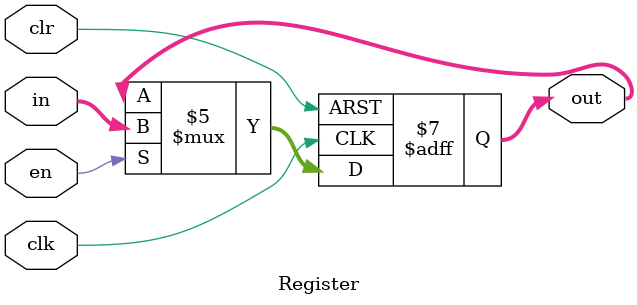
<source format=v>
`timescale 1ns / 1ps


module Register(
clk,en,clr,in,
out
    );
    
        parameter WIDTH = 32;
        input clk;
        input en;
        input clr;
        input  [WIDTH-1:0]in;
        output  reg [WIDTH-1:0]out;          //reg
    initial begin
        out = 0;
    end

    always@(posedge clk or posedge clr)begin
        if(clr == 1)
            out <= 0;
        else if(en == 1)
            out <= in;
        else
            ;
    end
endmodule

</source>
